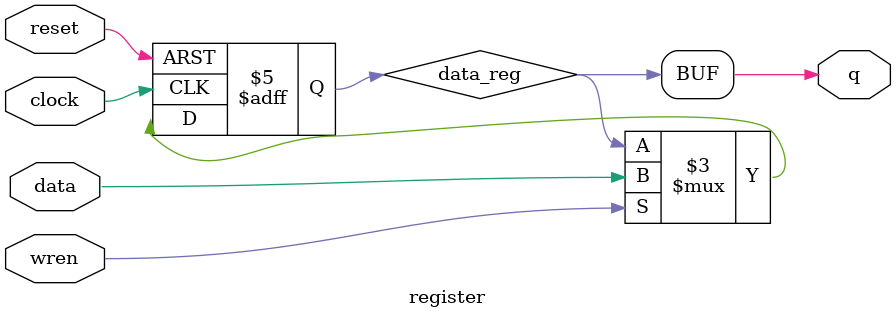
<source format=v>
/**
 * A single register of any size. Positive edge triggered, 
 * active high write. Width of 1 bit by default.
 *
 * data  : value to load to register
 * q     : value stored in register
 * wren  : 0 to disable write, 1 to enable write
 * clock : clock source
 * reset : reset value to 0
 */
module register(data, q, wren, clock, reset);
    parameter width = 1;
    
    input   [(width-1):0]   data;
    output  [(width-1):0]   q;
    input   wren, clock, reset;
    
    reg [(width-1):0] data_reg = 0;
    assign q = data_reg;
  
    always @(posedge clock, posedge reset)
    begin
        if (reset) data_reg <= 0;
        else if (wren) data_reg <= data;
    end
endmodule
</source>
